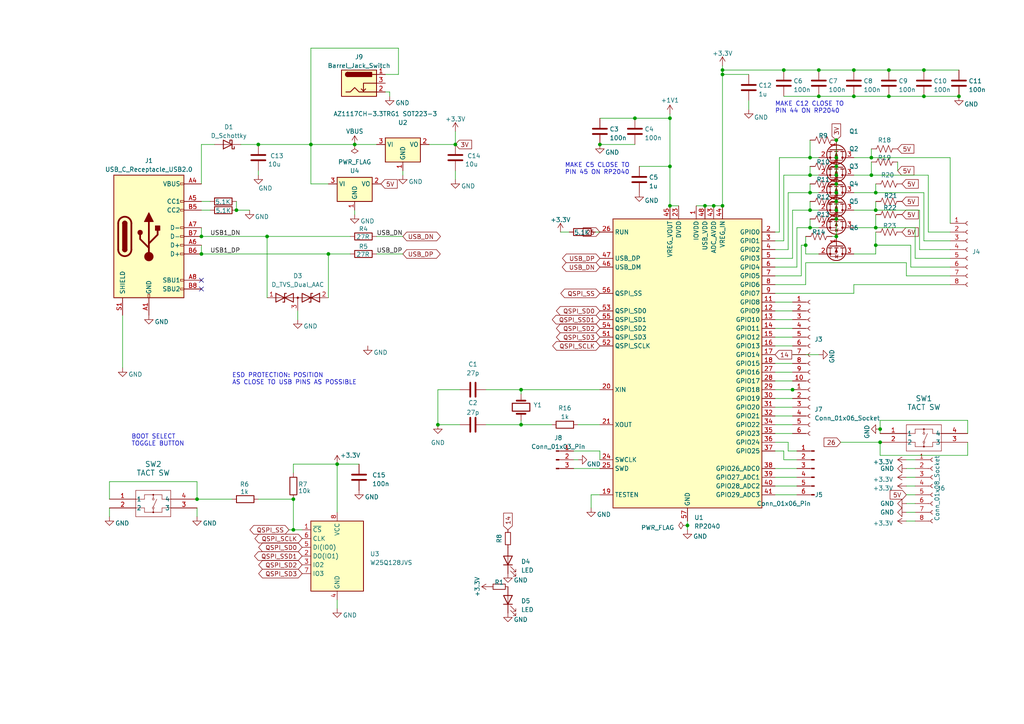
<source format=kicad_sch>
(kicad_sch (version 20230121) (generator eeschema)
  (paper "A4")
  (junction (at 234.95 50.8))
  (junction (at 254 66.04))
  (junction (at 237.49 20.32))
  (junction (at 242.57 45.72))
  (junction (at 194.31 34.29))
  (junction (at 77.47 68.58))
  (junction (at 74.93 41.91))
  (junction (at 242.57 58.42))
  (junction (at 85.09 144.78))
  (junction (at 257.81 27.94))
  (junction (at 242.57 48.26))
  (junction (at 57.15 144.78))
  (junction (at 97.79 134.62))
  (junction (at 127 123.19))
  (junction (at 254 55.88))
  (junction (at 237.49 27.94))
  (junction (at 209.55 59.69))
  (junction (at 204.47 59.69))
  (junction (at 234.95 60.96))
  (junction (at 242.57 60.96))
  (junction (at 85.09 153.67))
  (junction (at 209.55 20.32))
  (junction (at 194.31 48.26))
  (junction (at 252.73 50.8))
  (junction (at 242.57 63.5))
  (junction (at 209.55 21.59))
  (junction (at 242.57 53.34))
  (junction (at 252.73 45.72))
  (junction (at 102.87 41.91))
  (junction (at 207.01 59.69))
  (junction (at 257.81 20.32))
  (junction (at 255.27 124.46))
  (junction (at 194.31 59.69))
  (junction (at 242.57 55.88))
  (junction (at 90.17 41.91))
  (junction (at 278.13 27.94))
  (junction (at 233.68 71.12))
  (junction (at 247.65 20.32))
  (junction (at 68.58 60.96))
  (junction (at 184.15 34.29))
  (junction (at 95.25 73.66))
  (junction (at 242.57 40.64))
  (junction (at 58.42 73.66))
  (junction (at 132.08 41.91))
  (junction (at 234.95 55.88))
  (junction (at 173.99 41.91))
  (junction (at 242.57 68.58))
  (junction (at 229.87 113.03))
  (junction (at 254 71.12))
  (junction (at 242.57 50.8))
  (junction (at 151.13 123.19))
  (junction (at 247.65 27.94))
  (junction (at 58.42 68.58))
  (junction (at 234.95 45.72))
  (junction (at 199.39 152.4))
  (junction (at 267.97 27.94))
  (junction (at 254 60.96))
  (junction (at 255.27 128.27))
  (junction (at 267.97 20.32))
  (junction (at 151.13 113.03))
  (junction (at 234.95 66.04))
  (junction (at 227.33 20.32))
  (no_connect (at 58.42 81.28))
  (no_connect (at 58.42 83.82))
  (wire (pts (xy 69.85 41.91) (xy 74.93 41.91)))
  (wire (pts (xy 254 71.12) (xy 264.16 71.12)))
  (wire (pts (xy 167.64 123.19) (xy 173.99 123.19)))
  (wire (pts (xy 173.99 41.91) (xy 184.15 41.91)))
  (wire (pts (xy 85.09 153.67) (xy 87.63 153.67)))
  (wire (pts (xy 262.89 138.43) (xy 265.43 138.43)))
  (wire (pts (xy 83.82 153.67) (xy 85.09 153.67)))
  (wire (pts (xy 74.93 144.78) (xy 85.09 144.78)))
  (wire (pts (xy 194.31 48.26) (xy 194.31 59.69)))
  (wire (pts (xy 228.6 130.81) (xy 231.14 130.81)))
  (wire (pts (xy 224.79 110.49) (xy 229.87 110.49)))
  (wire (pts (xy 254 73.66) (xy 254 71.12)))
  (wire (pts (xy 224.79 87.63) (xy 229.87 87.63)))
  (wire (pts (xy 224.79 140.97) (xy 231.14 140.97)))
  (wire (pts (xy 255.27 125.73) (xy 255.27 124.46)))
  (wire (pts (xy 233.68 73.66) (xy 237.49 73.66)))
  (wire (pts (xy 233.68 68.58) (xy 233.68 71.12)))
  (wire (pts (xy 224.79 95.25) (xy 229.87 95.25)))
  (wire (pts (xy 264.16 71.12) (xy 264.16 77.47)))
  (wire (pts (xy 102.87 41.91) (xy 109.22 41.91)))
  (wire (pts (xy 31.75 139.7) (xy 57.15 139.7)))
  (wire (pts (xy 194.31 33.02) (xy 194.31 34.29)))
  (wire (pts (xy 224.79 97.79) (xy 229.87 97.79)))
  (wire (pts (xy 151.13 123.19) (xy 160.02 123.19)))
  (wire (pts (xy 224.79 120.65) (xy 229.87 120.65)))
  (wire (pts (xy 229.87 102.87) (xy 237.49 102.87)))
  (wire (pts (xy 224.79 135.89) (xy 231.14 135.89)))
  (wire (pts (xy 247.65 45.72) (xy 252.73 45.72)))
  (wire (pts (xy 232.41 71.12) (xy 233.68 71.12)))
  (wire (pts (xy 231.14 77.47) (xy 231.14 66.04)))
  (wire (pts (xy 247.65 27.94) (xy 257.81 27.94)))
  (wire (pts (xy 194.31 34.29) (xy 194.31 48.26)))
  (wire (pts (xy 232.41 80.01) (xy 232.41 71.12)))
  (wire (pts (xy 265.43 66.04) (xy 265.43 74.93)))
  (wire (pts (xy 224.79 138.43) (xy 231.14 138.43)))
  (wire (pts (xy 226.06 67.31) (xy 224.79 67.31)))
  (wire (pts (xy 201.93 59.69) (xy 204.47 59.69)))
  (wire (pts (xy 252.73 43.18) (xy 252.73 45.72)))
  (wire (pts (xy 262.89 76.2) (xy 262.89 80.01)))
  (wire (pts (xy 237.49 45.72) (xy 234.95 45.72)))
  (wire (pts (xy 254 60.96) (xy 266.7 60.96)))
  (wire (pts (xy 68.58 60.96) (xy 72.39 60.96)))
  (wire (pts (xy 166.37 135.89) (xy 173.99 135.89)))
  (wire (pts (xy 254 58.42) (xy 254 60.96)))
  (wire (pts (xy 58.42 68.58) (xy 77.47 68.58)))
  (wire (pts (xy 173.99 143.51) (xy 171.45 143.51)))
  (wire (pts (xy 242.57 58.42) (xy 242.57 60.96)))
  (wire (pts (xy 280.67 132.08) (xy 280.67 128.27)))
  (wire (pts (xy 269.24 50.8) (xy 269.24 67.31)))
  (wire (pts (xy 102.87 60.96) (xy 102.87 62.23)))
  (wire (pts (xy 255.27 124.46) (xy 255.27 121.92)))
  (wire (pts (xy 224.79 80.01) (xy 232.41 80.01)))
  (wire (pts (xy 95.25 53.34) (xy 90.17 53.34)))
  (wire (pts (xy 252.73 50.8) (xy 269.24 50.8)))
  (wire (pts (xy 264.16 77.47) (xy 275.59 77.47)))
  (wire (pts (xy 224.79 77.47) (xy 231.14 77.47)))
  (wire (pts (xy 109.22 68.58) (xy 116.84 68.58)))
  (wire (pts (xy 254 55.88) (xy 267.97 55.88)))
  (wire (pts (xy 35.56 91.44) (xy 35.56 106.68)))
  (wire (pts (xy 132.08 49.53) (xy 132.08 52.07)))
  (wire (pts (xy 166.37 130.81) (xy 173.99 130.81)))
  (wire (pts (xy 242.57 48.26) (xy 242.57 50.8)))
  (wire (pts (xy 151.13 113.03) (xy 151.13 114.3)))
  (wire (pts (xy 267.97 69.85) (xy 275.59 69.85)))
  (wire (pts (xy 58.42 41.91) (xy 62.23 41.91)))
  (wire (pts (xy 255.27 121.92) (xy 280.67 121.92)))
  (wire (pts (xy 229.87 60.96) (xy 234.95 60.96)))
  (wire (pts (xy 224.79 107.95) (xy 229.87 107.95)))
  (wire (pts (xy 77.47 68.58) (xy 101.6 68.58)))
  (wire (pts (xy 227.33 27.94) (xy 237.49 27.94)))
  (wire (pts (xy 115.57 21.59) (xy 115.57 13.97)))
  (wire (pts (xy 243.84 128.27) (xy 255.27 128.27)))
  (wire (pts (xy 227.33 69.85) (xy 227.33 50.8)))
  (wire (pts (xy 252.73 45.72) (xy 275.59 45.72)))
  (wire (pts (xy 127 123.19) (xy 133.35 123.19)))
  (wire (pts (xy 247.65 55.88) (xy 254 55.88)))
  (wire (pts (xy 247.65 85.09) (xy 247.65 82.55)))
  (wire (pts (xy 242.57 45.72) (xy 242.57 48.26)))
  (wire (pts (xy 229.87 113.03) (xy 231.14 113.03)))
  (wire (pts (xy 90.17 41.91) (xy 102.87 41.91)))
  (wire (pts (xy 262.89 151.13) (xy 265.43 151.13)))
  (wire (pts (xy 231.14 66.04) (xy 234.95 66.04)))
  (wire (pts (xy 57.15 144.78) (xy 67.31 144.78)))
  (wire (pts (xy 173.99 34.29) (xy 184.15 34.29)))
  (wire (pts (xy 124.46 41.91) (xy 132.08 41.91)))
  (wire (pts (xy 267.97 20.32) (xy 278.13 20.32)))
  (wire (pts (xy 31.75 144.78) (xy 31.75 139.7)))
  (wire (pts (xy 224.79 130.81) (xy 227.33 130.81)))
  (wire (pts (xy 224.79 125.73) (xy 229.87 125.73)))
  (wire (pts (xy 265.43 74.93) (xy 275.59 74.93)))
  (wire (pts (xy 233.68 73.66) (xy 233.68 71.12)))
  (wire (pts (xy 209.55 21.59) (xy 217.17 21.59)))
  (wire (pts (xy 226.06 45.72) (xy 226.06 67.31)))
  (wire (pts (xy 86.36 90.17) (xy 86.36 92.71)))
  (wire (pts (xy 224.79 82.55) (xy 233.68 82.55)))
  (wire (pts (xy 242.57 53.34) (xy 242.57 55.88)))
  (wire (pts (xy 224.79 92.71) (xy 229.87 92.71)))
  (wire (pts (xy 242.57 40.64) (xy 242.57 45.72)))
  (wire (pts (xy 234.95 48.26) (xy 234.95 50.8)))
  (wire (pts (xy 254 67.31) (xy 254 71.12)))
  (wire (pts (xy 260.35 46.99) (xy 260.35 49.53)))
  (wire (pts (xy 31.75 147.32) (xy 31.75 149.86)))
  (wire (pts (xy 209.55 20.32) (xy 209.55 21.59)))
  (wire (pts (xy 184.15 34.29) (xy 194.31 34.29)))
  (wire (pts (xy 140.97 123.19) (xy 151.13 123.19)))
  (wire (pts (xy 228.6 72.39) (xy 228.6 55.88)))
  (wire (pts (xy 209.55 19.05) (xy 209.55 20.32)))
  (wire (pts (xy 266.7 60.96) (xy 266.7 72.39)))
  (wire (pts (xy 58.42 53.34) (xy 58.42 41.91)))
  (wire (pts (xy 234.95 66.04) (xy 237.49 66.04)))
  (wire (pts (xy 262.89 143.51) (xy 265.43 143.51)))
  (wire (pts (xy 95.25 73.66) (xy 95.25 86.36)))
  (wire (pts (xy 172.72 67.31) (xy 173.99 67.31)))
  (wire (pts (xy 262.89 146.05) (xy 265.43 146.05)))
  (wire (pts (xy 224.79 143.51) (xy 231.14 143.51)))
  (wire (pts (xy 207.01 59.69) (xy 209.55 59.69)))
  (wire (pts (xy 97.79 134.62) (xy 97.79 148.59)))
  (wire (pts (xy 254 66.04) (xy 265.43 66.04)))
  (wire (pts (xy 58.42 71.12) (xy 58.42 73.66)))
  (wire (pts (xy 224.79 85.09) (xy 247.65 85.09)))
  (wire (pts (xy 255.27 132.08) (xy 280.67 132.08)))
  (wire (pts (xy 127 113.03) (xy 133.35 113.03)))
  (wire (pts (xy 234.95 60.96) (xy 237.49 60.96)))
  (wire (pts (xy 90.17 53.34) (xy 90.17 41.91)))
  (wire (pts (xy 199.39 153.67) (xy 199.39 152.4)))
  (wire (pts (xy 58.42 58.42) (xy 60.96 58.42)))
  (wire (pts (xy 58.42 60.96) (xy 60.96 60.96)))
  (wire (pts (xy 199.39 152.4) (xy 199.39 151.13)))
  (wire (pts (xy 247.65 66.04) (xy 254 66.04)))
  (wire (pts (xy 209.55 20.32) (xy 227.33 20.32)))
  (wire (pts (xy 77.47 68.58) (xy 77.47 86.36)))
  (wire (pts (xy 247.65 73.66) (xy 254 73.66)))
  (wire (pts (xy 257.81 20.32) (xy 267.97 20.32)))
  (wire (pts (xy 224.79 90.17) (xy 229.87 90.17)))
  (wire (pts (xy 242.57 60.96) (xy 242.57 63.5)))
  (wire (pts (xy 242.57 50.8) (xy 242.57 53.34)))
  (wire (pts (xy 262.89 148.59) (xy 265.43 148.59)))
  (wire (pts (xy 111.76 26.67) (xy 113.03 26.67)))
  (wire (pts (xy 113.03 26.67) (xy 113.03 27.94)))
  (wire (pts (xy 151.13 121.92) (xy 151.13 123.19)))
  (wire (pts (xy 209.55 21.59) (xy 209.55 59.69)))
  (wire (pts (xy 116.84 49.53) (xy 116.84 50.8)))
  (wire (pts (xy 58.42 66.04) (xy 58.42 68.58)))
  (wire (pts (xy 241.3 68.58) (xy 242.57 68.58)))
  (wire (pts (xy 85.09 134.62) (xy 97.79 134.62)))
  (wire (pts (xy 68.58 58.42) (xy 68.58 60.96)))
  (wire (pts (xy 262.89 80.01) (xy 275.59 80.01)))
  (wire (pts (xy 217.17 29.21) (xy 217.17 31.75)))
  (wire (pts (xy 227.33 20.32) (xy 237.49 20.32)))
  (wire (pts (xy 247.65 60.96) (xy 254 60.96)))
  (wire (pts (xy 111.76 21.59) (xy 115.57 21.59)))
  (wire (pts (xy 224.79 115.57) (xy 229.87 115.57)))
  (wire (pts (xy 171.45 143.51) (xy 171.45 147.32)))
  (wire (pts (xy 237.49 20.32) (xy 247.65 20.32)))
  (wire (pts (xy 247.65 50.8) (xy 252.73 50.8)))
  (wire (pts (xy 224.79 72.39) (xy 228.6 72.39)))
  (wire (pts (xy 262.89 133.35) (xy 265.43 133.35)))
  (wire (pts (xy 132.08 38.1) (xy 132.08 41.91)))
  (wire (pts (xy 255.27 128.27) (xy 255.27 132.08)))
  (wire (pts (xy 275.59 45.72) (xy 275.59 64.77)))
  (wire (pts (xy 109.22 73.66) (xy 116.84 73.66)))
  (wire (pts (xy 233.68 82.55) (xy 233.68 76.2)))
  (wire (pts (xy 151.13 113.03) (xy 173.99 113.03)))
  (wire (pts (xy 224.79 74.93) (xy 229.87 74.93)))
  (wire (pts (xy 254 53.34) (xy 254 55.88)))
  (wire (pts (xy 224.79 100.33) (xy 229.87 100.33)))
  (wire (pts (xy 140.97 113.03) (xy 151.13 113.03)))
  (wire (pts (xy 262.89 140.97) (xy 265.43 140.97)))
  (wire (pts (xy 224.79 113.03) (xy 229.87 113.03)))
  (wire (pts (xy 229.87 74.93) (xy 229.87 60.96)))
  (wire (pts (xy 58.42 73.66) (xy 95.25 73.66)))
  (wire (pts (xy 234.95 40.64) (xy 234.95 45.72)))
  (wire (pts (xy 224.79 128.27) (xy 228.6 128.27)))
  (wire (pts (xy 234.95 55.88) (xy 237.49 55.88)))
  (wire (pts (xy 247.65 82.55) (xy 275.59 82.55)))
  (wire (pts (xy 242.57 55.88) (xy 242.57 58.42)))
  (wire (pts (xy 227.33 50.8) (xy 234.95 50.8)))
  (wire (pts (xy 234.95 63.5) (xy 234.95 66.04)))
  (wire (pts (xy 185.42 48.26) (xy 194.31 48.26)))
  (wire (pts (xy 224.79 123.19) (xy 229.87 123.19)))
  (wire (pts (xy 57.15 139.7) (xy 57.15 144.78)))
  (wire (pts (xy 257.81 27.94) (xy 267.97 27.94)))
  (wire (pts (xy 252.73 46.99) (xy 252.73 50.8)))
  (wire (pts (xy 242.57 63.5) (xy 242.57 68.58)))
  (wire (pts (xy 74.93 41.91) (xy 90.17 41.91)))
  (wire (pts (xy 224.79 69.85) (xy 227.33 69.85)))
  (wire (pts (xy 90.17 13.97) (xy 90.17 41.91)))
  (wire (pts (xy 166.37 133.35) (xy 167.64 133.35)))
  (wire (pts (xy 74.93 49.53) (xy 74.93 50.8)))
  (wire (pts (xy 228.6 128.27) (xy 228.6 130.81)))
  (wire (pts (xy 162.56 67.31) (xy 165.1 67.31)))
  (wire (pts (xy 57.15 147.32) (xy 57.15 149.86)))
  (wire (pts (xy 234.95 58.42) (xy 234.95 60.96)))
  (wire (pts (xy 267.97 27.94) (xy 278.13 27.94)))
  (wire (pts (xy 227.33 130.81) (xy 227.33 133.35)))
  (wire (pts (xy 237.49 27.94) (xy 247.65 27.94)))
  (wire (pts (xy 194.31 59.69) (xy 196.85 59.69)))
  (wire (pts (xy 173.99 130.81) (xy 173.99 133.35)))
  (wire (pts (xy 269.24 67.31) (xy 275.59 67.31)))
  (wire (pts (xy 97.79 173.99) (xy 97.79 176.53)))
  (wire (pts (xy 224.79 118.11) (xy 229.87 118.11)))
  (wire (pts (xy 115.57 13.97) (xy 90.17 13.97)))
  (wire (pts (xy 85.09 134.62) (xy 85.09 137.16)))
  (wire (pts (xy 95.25 73.66) (xy 101.6 73.66)))
  (wire (pts (xy 234.95 53.34) (xy 234.95 55.88)))
  (wire (pts (xy 267.97 55.88) (xy 267.97 69.85)))
  (wire (pts (xy 224.79 105.41) (xy 229.87 105.41)))
  (wire (pts (xy 280.67 121.92) (xy 280.67 125.73)))
  (wire (pts (xy 97.79 134.62) (xy 104.14 134.62)))
  (wire (pts (xy 266.7 72.39) (xy 275.59 72.39)))
  (wire (pts (xy 127 123.19) (xy 127 113.03)))
  (wire (pts (xy 233.68 76.2) (xy 262.89 76.2)))
  (wire (pts (xy 85.09 144.78) (xy 85.09 153.67)))
  (wire (pts (xy 254 62.23) (xy 254 66.04)))
  (wire (pts (xy 262.89 135.89) (xy 265.43 135.89)))
  (wire (pts (xy 228.6 55.88) (xy 234.95 55.88)))
  (wire (pts (xy 204.47 59.69) (xy 207.01 59.69)))
  (wire (pts (xy 227.33 133.35) (xy 231.14 133.35)))
  (wire (pts (xy 234.95 45.72) (xy 226.06 45.72)))
  (wire (pts (xy 234.95 50.8) (xy 237.49 50.8)))
  (wire (pts (xy 247.65 20.32) (xy 257.81 20.32)))
  (text "MAKE C5 CLOSE TO \nPIN 45 ON RP2040" (at 163.83 50.8 0) (effects (font (size 1.27 1.27)) (justify left bottom)))
  (text "MAKE C12 CLOSE TO \nPIN 44 ON RP2040" (at 224.79 33.02 0) (effects (font (size 1.27 1.27)) (justify left bottom)))
  (text "BOOT SELECT \nTOGGLE BUTTON" (at 38.1 129.54 0) (effects (font (size 1.27 1.27)) (justify left bottom)))
  (text "ESD PROTECTION: POSITION\nAS CLOSE TO USB PINS AS POSSIBLE" (at 67.31 111.76 0) (effects (font (size 1.27 1.27)) (justify left bottom)))
  (label "USB1_DP" (at 60.96 73.66 0))
  (label "USB_DN" (at 109.22 68.58 0))
  (label "USB1_DN" (at 60.96 68.58 0))
  (label "USB_DP" (at 109.22 73.66 0))
  (global_label "26" (shape input) (at 243.84 128.27 180) (property "Intersheetrefs" "${INTERSHEET_REFS}" (effects hide)))
  (global_label "QSPI_SD3" (shape bidirectional) (at 173.99 97.79 180) (property "Intersheetrefs" "${INTERSHEET_REFS}" (effects hide)))
  (global_label "USB_DP" (shape bidirectional) (at 116.84 73.66 0) (property "Intersheetrefs" "${INTERSHEET_REFS}" (effects hide)))
  (global_label "5V" (shape input) (at 262.89 143.51 180) (property "Intersheetrefs" "${INTERSHEET_REFS}" (effects hide)))
  (global_label "5V" (shape input) (at 261.62 58.42 0) (property "Intersheetrefs" "${INTERSHEET_REFS}" (effects hide)))
  (global_label "14" (shape input) (at 147.32 153.67 90) (property "Intersheetrefs" "${INTERSHEET_REFS}" (effects hide)))
  (global_label "5V" (shape input) (at 261.62 53.34 0) (property "Intersheetrefs" "${INTERSHEET_REFS}" (effects hide)))
  (global_label "14" (shape input) (at 224.79 102.87 0) (property "Intersheetrefs" "${INTERSHEET_REFS}" (effects hide)))
  (global_label "USB_DN" (shape bidirectional) (at 116.84 68.58 0) (property "Intersheetrefs" "${INTERSHEET_REFS}" (effects hide)))
  (global_label "3V" (shape input) (at 242.57 40.64 90) (property "Intersheetrefs" "${INTERSHEET_REFS}" (effects hide)))
  (global_label "QSPI_SD3" (shape bidirectional) (at 87.63 166.37 180) (property "Intersheetrefs" "${INTERSHEET_REFS}" (effects hide)))
  (global_label "26" (shape input) (at 173.99 67.31 180) (property "Intersheetrefs" "${INTERSHEET_REFS}" (effects hide)))
  (global_label "5V" (shape input) (at 261.62 67.31 0) (property "Intersheetrefs" "${INTERSHEET_REFS}" (effects hide)))
  (global_label "5V" (shape input) (at 261.62 62.23 0) (property "Intersheetrefs" "${INTERSHEET_REFS}" (effects hide)))
  (global_label "5V" (shape input) (at 110.49 53.34 0) (property "Intersheetrefs" "${INTERSHEET_REFS}" (effects hide)))
  (global_label "QSPI_SS" (shape bidirectional) (at 83.82 153.67 180) (property "Intersheetrefs" "${INTERSHEET_REFS}" (effects hide)))
  (global_label "5V" (shape input) (at 260.35 43.18 0) (property "Intersheetrefs" "${INTERSHEET_REFS}" (effects hide)))
  (global_label "QSPI_SD0" (shape bidirectional) (at 173.99 90.17 180) (property "Intersheetrefs" "${INTERSHEET_REFS}" (effects hide)))
  (global_label "5V" (shape input) (at 260.35 49.53 0) (property "Intersheetrefs" "${INTERSHEET_REFS}" (effects hide)))
  (global_label "QSPI_SS" (shape bidirectional) (at 173.99 85.09 180) (property "Intersheetrefs" "${INTERSHEET_REFS}" (effects hide)))
  (global_label "QSPI_SD2" (shape bidirectional) (at 87.63 163.83 180) (property "Intersheetrefs" "${INTERSHEET_REFS}" (effects hide)))
  (global_label "USB_DN" (shape bidirectional) (at 173.99 77.47 180) (property "Intersheetrefs" "${INTERSHEET_REFS}" (effects hide)))
  (global_label "QSPI_SCLK" (shape bidirectional) (at 87.63 156.21 180) (property "Intersheetrefs" "${INTERSHEET_REFS}" (effects hide)))
  (global_label "QSPI_SSD1" (shape bidirectional) (at 87.63 161.29 180) (property "Intersheetrefs" "${INTERSHEET_REFS}" (effects hide)))
  (global_label "QSPI_SSD1" (shape bidirectional) (at 173.99 92.71 180) (property "Intersheetrefs" "${INTERSHEET_REFS}" (effects hide)))
  (global_label "QSPI_SD0" (shape bidirectional) (at 87.63 158.75 180) (property "Intersheetrefs" "${INTERSHEET_REFS}" (effects hide)))
  (global_label "QSPI_SCLK" (shape bidirectional) (at 173.99 100.33 180) (property "Intersheetrefs" "${INTERSHEET_REFS}" (effects hide)))
  (global_label "USB_DP" (shape bidirectional) (at 173.99 74.93 180) (property "Intersheetrefs" "${INTERSHEET_REFS}" (effects hide)))
  (global_label "3V" (shape input) (at 132.08 41.91 0) (property "Intersheetrefs" "${INTERSHEET_REFS}" (effects hide)))
  (global_label "QSPI_SD2" (shape bidirectional) (at 173.99 95.25 180) (property "Intersheetrefs" "${INTERSHEET_REFS}" (effects hide)))
  (symbol (lib_id "Memory_Flash:W25Q128JVS") (at 97.79 161.29 0) (unit 1)
    (property "Reference" "U3" (at 107.315 160.655 0) (effects (justify left)))
    (property "Value" "W25Q128JVS" (at 107.315 163.195 0) (effects (justify left)))
    (property "Footprint" "Package_SO:SOIC-8_5.23x5.23mm_P1.27mm" (effects hide))
    (property "Datasheet" "http://www.winbond.com/resource-files/w25q128jv_dtr%20revc%2003272018%20plus.pdf" (effects hide))
  )
  (symbol (lib_id "power:+3.3V") (at 142.24 170.18 90) (unit 1)
    (property "Reference" "#PWR038" (effects hide))
    (property "Value" "+3.3V" (at 138.43 170.18 0))
  )
  (symbol (lib_id "power:GND") (at 167.64 133.35 90) (unit 1)
    (property "Reference" "#PWR02" (effects hide))
    (property "Value" "GND" (at 170.18 134.62 90) (effects (justify right)))
  )
  (symbol (lib_id "Device:D_Schottky") (at 66.04 41.91 180) (unit 1)
    (property "Reference" "D1" (at 66.3575 36.83 0))
    (property "Value" "D_Schottky" (at 66.3575 39.37 0))
    (property "Footprint" "Diode_SMD:D_SOD-128" (effects hide))
  )
  (symbol (lib_id "power:+3.3V") (at 162.56 67.31 0) (unit 1)
    (property "Reference" "#PWR043" (effects hide))
    (property "Value" "+3.3V" (at 162.56 63.754 0))
  )
  (symbol (lib_id "power:GND") (at 127 123.19 0) (unit 1)
    (property "Reference" "#PWR01" (effects hide))
    (property "Value" "GND" (at 127 128.397 0))
  )
  (symbol (lib_id "power:GND") (at 104.14 142.24 0) (unit 1)
    (property "Reference" "#PWR024" (effects hide))
    (property "Value" "GND" (at 105.791 144.145 0) (effects (justify left)))
  )
  (symbol (lib_id "power:PWR_FLAG") (at 102.87 41.91 180) (unit 1)
    (property "Reference" "#FLG01" (effects hide))
    (property "Value" "PWR_FLAG" (at 102.87 46.99 0))
  )
  (symbol (lib_id "Device:R_Small") (at 147.32 156.21 180) (unit 1)
    (property "Reference" "R8" (at 144.78 156.21 90))
    (property "Value" "R_Small" (effects hide))
    (property "Footprint" "Resistor_SMD:R_0805_2012Metric" (effects hide))
  )
  (symbol (lib_id "Device:R_Small") (at 144.78 170.18 90) (unit 1)
    (property "Reference" "R1" (at 144.78 168.91 90))
    (property "Value" "R_Small" (effects hide))
    (property "Footprint" "Resistor_SMD:R_0805_2012Metric" (effects hide))
  )
  (symbol (lib_id "power:GND") (at 43.18 91.44 0) (unit 1)
    (property "Reference" "#PWR04" (effects hide))
    (property "Value" "GND" (at 44.831 93.345 0) (effects (justify left)))
  )
  (symbol (lib_id "power:+3.3V") (at 262.89 140.97 90) (unit 1)
    (property "Reference" "#PWR029" (effects hide))
    (property "Value" "+3.3V" (at 259.08 141.605 90) (effects (justify left)))
  )
  (symbol (lib_id "Regulator_Linear:NCP1117-3.3_SOT223") (at 116.84 41.91 0) (unit 1)
    (property "Reference" "U2" (at 116.84 35.56 0))
    (property "Value" "AZ1117CH-3.3TRG1 SOT223-3" (at 111.76 33.02 0))
    (property "Footprint" "Package_TO_SOT_SMD:SOT-223-3_TabPin2" (effects hide))
    (property "Datasheet" "http://www.onsemi.com/pub_link/Collateral/NCP1117-D.PDF" (effects hide))
  )
  (symbol (lib_id "Device:R_US") (at 238.76 48.26 90) (unit 1)
    (property "Reference" "R10" (at 238.76 46.99 90))
    (property "Value" "10K" (effects hide))
    (property "Footprint" "Resistor_SMD:R_0603_1608Metric_Pad0.98x0.95mm_HandSolder" (effects hide))
  )
  (symbol (lib_id "Device:D_TVS_Dual_AAC") (at 86.36 86.36 0) (unit 1)
    (property "Reference" "D3" (at 86.36 80.01 0))
    (property "Value" "D_TVS_Dual_AAC" (at 86.36 82.55 0))
    (property "Footprint" "Package_TO_SOT_SMD:SOT-23" (effects hide))
  )
  (symbol (lib_id "power:+3.3V") (at 262.89 133.35 90) (unit 1)
    (property "Reference" "#PWR033" (effects hide))
    (property "Value" "+3.3V" (at 259.08 133.985 90) (effects (justify left)))
  )
  (symbol (lib_id "power:VBUS") (at 102.87 41.91 0) (unit 1)
    (property "Reference" "#PWR09" (effects hide))
    (property "Value" "VBUS" (at 102.87 38.1 0))
  )
  (symbol (lib_id "Device:C") (at 184.15 38.1 0) (unit 1)
    (property "Reference" "C4" (at 186.944 37.465 0) (effects (justify left)))
    (property "Value" "100n" (at 186.944 40.005 0) (effects (justify left)))
    (property "Footprint" "Capacitor_SMD:C_0603_1608Metric_Pad1.08x0.95mm_HandSolder" (effects hide))
  )
  (symbol (lib_id "Device:C") (at 173.99 38.1 0) (unit 1)
    (property "Reference" "C3" (at 176.784 37.465 0) (effects (justify left)))
    (property "Value" "100n" (at 176.784 40.005 0) (effects (justify left)))
    (property "Footprint" "Capacitor_SMD:C_0603_1608Metric_Pad1.08x0.95mm_HandSolder" (effects hide))
  )
  (symbol (lib_id "Device:C") (at 227.33 24.13 0) (unit 1)
    (property "Reference" "C6" (at 230.124 23.495 0) (effects (justify left)))
    (property "Value" "100n" (at 230.124 26.035 0) (effects (justify left)))
    (property "Footprint" "Capacitor_SMD:C_0603_1608Metric_Pad1.08x0.95mm_HandSolder" (effects hide))
  )
  (symbol (lib_id "Device:C") (at 237.49 24.13 0) (unit 1)
    (property "Reference" "C7" (at 240.284 23.495 0) (effects (justify left)))
    (property "Value" "100n" (at 240.284 26.035 0) (effects (justify left)))
    (property "Footprint" "Capacitor_SMD:C_0603_1608Metric_Pad1.08x0.95mm_HandSolder" (effects hide))
  )
  (symbol (lib_id "Device:R_US") (at 238.76 63.5 90) (unit 1)
    (property "Reference" "R13" (at 238.76 62.23 90))
    (property "Value" "10K" (effects hide))
    (property "Footprint" "Resistor_SMD:R_0603_1608Metric_Pad0.98x0.95mm_HandSolder" (effects hide))
  )
  (symbol (lib_id "power:GND") (at 74.93 50.8 0) (unit 1)
    (property "Reference" "#PWR07" (effects hide))
    (property "Value" "GND" (at 74.93 54.61 0) (effects (justify left)))
  )
  (symbol (lib_id "Device:R_US") (at 238.76 58.42 90) (unit 1)
    (property "Reference" "R12" (at 238.76 57.15 90))
    (property "Value" "10K" (effects hide))
    (property "Footprint" "Resistor_SMD:R_0603_1608Metric_Pad0.98x0.95mm_HandSolder" (effects hide))
  )
  (symbol (lib_id "power:GND") (at 31.75 149.86 0) (unit 1)
    (property "Reference" "#PWR013" (effects hide))
    (property "Value" "GND" (at 33.401 151.765 0) (effects (justify left)))
  )
  (symbol (lib_name "BSS138_1") (lib_id "Transistor_FET:BSS138") (at 242.57 63.5 270) (unit 1)
    (property "Reference" "Q5" (at 247.65 58.42 90))
    (property "Value" "BSS138" (effects hide))
    (property "Footprint" "Package_TO_SOT_SMD:SOT-23" (effects hide))
    (property "Datasheet" "https://www.onsemi.com/pub/Collateral/BSS138-D.PDF" (effects hide))
  )
  (symbol (lib_id "Regulator_Linear:AMS1117-5.0") (at 102.87 53.34 0) (unit 1)
    (property "Reference" "U4" (at 102.87 49.53 0))
    (property "Value" "AMS1117-5.0" (effects hide))
    (property "Footprint" "Package_TO_SOT_SMD:SOT-223-3_TabPin2" (effects hide))
    (property "Datasheet" "http://www.advanced-monolithic.com/pdf/ds1117.pdf" (effects hide))
  )
  (symbol (lib_id "Connector:Conn_01x10_Socket") (at 234.95 97.79 0) (unit 1)
    (property "Reference" "J3" (at 236.22 98.425 0) (effects (justify left)))
    (property "Value" "Conn_01x10_Socket" (effects hide))
    (property "Footprint" "Connector_PinSocket_2.54mm:PinSocket_1x10_P2.54mm_Vertical" (effects hide))
  )
  (symbol (lib_id "Device:R_US") (at 257.81 67.31 90) (unit 1)
    (property "Reference" "R23" (at 258.0427 65.485 90))
    (property "Value" "10K" (effects hide))
    (property "Footprint" "Resistor_SMD:R_0603_1608Metric_Pad0.98x0.95mm_HandSolder" (effects hide))
  )
  (symbol (lib_id "Device:R_US") (at 238.76 40.64 90) (unit 1)
    (property "Reference" "R9" (at 238.76 39.37 90))
    (property "Value" "10K" (effects hide))
    (property "Footprint" "Resistor_SMD:R_0603_1608Metric_Pad0.98x0.95mm_HandSolder" (effects hide))
  )
  (symbol (lib_id "power:GND") (at 262.89 146.05 270) (unit 1)
    (property "Reference" "#PWR027" (effects hide))
    (property "Value" "GND" (at 255.27 146.05 90) (effects (justify left)))
  )
  (symbol (lib_id "Device:C") (at 74.93 45.72 0) (unit 1)
    (property "Reference" "C13" (at 78.359 45.212 0) (effects (justify left)))
    (property "Value" "10u" (at 77.724 47.625 0) (effects (justify left)))
    (property "Footprint" "Capacitor_SMD:C_0805_2012Metric_Pad1.18x1.45mm_HandSolder" (effects hide))
  )
  (symbol (lib_id "Device:C") (at 217.17 25.4 0) (unit 1)
    (property "Reference" "C12" (at 219.964 24.765 0) (effects (justify left)))
    (property "Value" "1u" (at 219.964 27.305 0) (effects (justify left)))
    (property "Footprint" "Capacitor_SMD:C_0805_2012Metric_Pad1.18x1.45mm_HandSolder" (effects hide))
  )
  (symbol (lib_id "power:+1V1") (at 194.31 33.02 0) (unit 1)
    (property "Reference" "#PWR020" (effects hide))
    (property "Value" "+1V1" (at 194.31 29.083 0))
  )
  (symbol (lib_id "Device:LED") (at 147.32 173.99 90) (unit 1)
    (property "Reference" "D5" (at 151.13 174.3075 90) (effects (justify right)))
    (property "Value" "LED" (at 151.13 176.8475 90) (effects (justify right)))
    (property "Footprint" "LED_SMD:LED_0805_2012Metric_Pad1.15x1.40mm_HandSolder" (effects hide))
  )
  (symbol (lib_id "MCU_RaspberryPi:RP2040") (at 199.39 105.41 0) (unit 1)
    (property "Reference" "U1" (at 201.3459 150.114 0) (effects (justify left)))
    (property "Value" "RP2040" (at 201.3459 152.654 0) (effects (justify left)))
    (property "Footprint" "Package_DFN_QFN:QFN-56-1EP_7x7mm_P0.4mm_EP3.2x3.2mm" (effects hide))
    (property "Datasheet" "https://datasheets.raspberrypi.com/rp2040/rp2040-datasheet.pdf" (effects hide))
  )
  (symbol (lib_id "power:GND") (at 237.49 102.87 90) (unit 1)
    (property "Reference" "#PWR035" (effects hide))
    (property "Value" "GND" (at 241.3 105.41 0) (effects (justify left)))
  )
  (symbol (lib_id "Device:R_US") (at 256.54 43.18 90) (unit 1)
    (property "Reference" "R18" (at 256.54 40.64 90))
    (property "Value" "10K" (effects hide))
    (property "Footprint" "Resistor_SMD:R_0603_1608Metric_Pad0.98x0.95mm_HandSolder" (effects hide))
  )
  (symbol (lib_id "power:GND") (at 173.99 41.91 0) (unit 1)
    (property "Reference" "#PWR018" (effects hide))
    (property "Value" "GND" (at 175.514 44.196 0) (effects (justify left)))
  )
  (symbol (lib_id "power:GND") (at 35.56 106.68 0) (unit 1)
    (property "Reference" "#PWR03" (effects hide))
    (property "Value" "GND" (at 37.211 108.585 0) (effects (justify left)))
  )
  (symbol (lib_id "Device:R_US") (at 257.81 58.42 90) (unit 1)
    (property "Reference" "R21" (at 258.3268 56.7584 90))
    (property "Value" "10K" (effects hide))
    (property "Footprint" "Resistor_SMD:R_0603_1608Metric_Pad0.98x0.95mm_HandSolder" (effects hide))
  )
  (symbol (lib_id "Connector:Conn_01x03_Pin") (at 161.29 133.35 0) (unit 1)
    (property "Reference" "J8" (at 161.925 127 0))
    (property "Value" "Conn_01x03_Pin" (at 161.925 129.54 0))
    (property "Footprint" "Connector_PinSocket_2.54mm:PinSocket_1x03_P2.54mm_Vertical" (effects hide))
  )
  (symbol (lib_id "power:GND") (at 147.32 166.37 0) (unit 1)
    (property "Reference" "#PWR036" (effects hide))
    (property "Value" "GND" (at 148.971 168.275 0) (effects (justify left)))
  )
  (symbol (lib_id "Connector:Conn_01x06_Pin") (at 236.22 135.89 0) (mirror y) (unit 1)
    (property "Reference" "J5" (at 237.49 143.51 0))
    (property "Value" "Conn_01x06_Pin" (at 227.33 146.05 0))
    (property "Footprint" "Connector_PinSocket_2.54mm:PinSocket_1x06_P2.54mm_Vertical" (effects hide))
  )
  (symbol (lib_name "BSS138_1") (lib_id "Transistor_FET:BSS138") (at 242.57 48.26 270) (unit 1)
    (property "Reference" "Q2" (at 247.65 43.18 90))
    (property "Value" "BSS138" (effects hide))
    (property "Footprint" "Package_TO_SOT_SMD:SOT-23" (effects hide))
    (property "Datasheet" "https://www.onsemi.com/pub/Collateral/BSS138-D.PDF" (effects hide))
  )
  (symbol (lib_id "Connector:USB_C_Receptacle_USB2.0") (at 43.18 68.58 0) (unit 1)
    (property "Reference" "J1" (at 43.18 46.609 0))
    (property "Value" "USB_C_Receptacle_USB2.0" (at 43.18 49.149 0))
    (property "Footprint" "Connector_USB:USB_C_Receptacle_G-Switch_GT-USB-7010ASV" (effects hide))
    (property "Datasheet" "https://www.usb.org/sites/default/files/documents/usb_type-c.zip" (effects hide))
  )
  (symbol (lib_id "power:PWR_FLAG") (at 199.39 152.4 90) (unit 1)
    (property "Reference" "#FLG03" (effects hide))
    (property "Value" "PWR_FLAG" (at 195.58 153.035 90) (effects (justify left)))
  )
  (symbol (lib_id "power:GND") (at 255.27 124.46 270) (unit 1)
    (property "Reference" "#PWR039" (effects hide))
    (property "Value" "GND" (at 251.46 123.19 0) (effects (justify left)))
  )
  (symbol (lib_id "Device:C") (at 137.16 113.03 90) (unit 1)
    (property "Reference" "C1" (at 137.16 105.664 90))
    (property "Value" "27p" (at 137.16 108.204 90))
    (property "Footprint" "Capacitor_SMD:C_0805_2012Metric_Pad1.18x1.45mm_HandSolder" (effects hide))
  )
  (symbol (lib_id "Device:LED") (at 147.32 162.56 90) (unit 1)
    (property "Reference" "D4" (at 151.13 162.8775 90) (effects (justify right)))
    (property "Value" "LED" (at 151.13 165.4175 90) (effects (justify right)))
    (property "Footprint" "LED_SMD:LED_0805_2012Metric_Pad1.15x1.40mm_HandSolder" (effects hide))
  )
  (symbol (lib_id "Device:R_US") (at 237.49 68.58 90) (unit 1)
    (property "Reference" "R14" (at 237.49 67.31 90))
    (property "Value" "10K" (effects hide))
    (property "Footprint" "Resistor_SMD:R_0603_1608Metric_Pad0.98x0.95mm_HandSolder" (effects hide))
  )
  (symbol (lib_id "power:GND") (at 113.03 27.94 0) (unit 1)
    (property "Reference" "#PWR034" (effects hide))
    (property "Value" "GND" (at 114.681 29.845 0) (effects (justify left)))
  )
  (symbol (lib_id "power:GND") (at 278.13 27.94 0) (unit 1)
    (property "Reference" "#PWR031" (effects hide))
    (property "Value" "GND" (at 279.654 30.226 0) (effects (justify left)))
  )
  (symbol (lib_id "power:GND") (at 217.17 31.75 0) (unit 1)
    (property "Reference" "#PWR023" (effects hide))
    (property "Value" "GND" (at 218.694 34.036 0) (effects (justify left)))
  )
  (symbol (lib_id "power:+3.3V") (at 262.89 138.43 90) (unit 1)
    (property "Reference" "#PWR030" (effects hide))
    (property "Value" "+3.3V" (at 259.08 139.065 90) (effects (justify left)))
  )
  (symbol (lib_id "Device:C") (at 278.13 24.13 0) (unit 1)
    (property "Reference" "C11" (at 280.924 23.495 0) (effects (justify left)))
    (property "Value" "100n" (at 280.924 26.035 0) (effects (justify left)))
    (property "Footprint" "Capacitor_SMD:C_0603_1608Metric_Pad1.08x0.95mm_HandSolder" (effects hide))
  )
  (symbol (lib_id "Connector:Conn_01x08_Socket") (at 270.51 140.97 0) (unit 1)
    (property "Reference" "J6" (at 271.78 141.605 0) (effects (justify left)))
    (property "Value" "Conn_01x08_Socket" (at 271.78 151.13 90) (effects (justify left)))
    (property "Footprint" "Connector_PinSocket_2.54mm:PinSocket_1x08_P2.54mm_Vertical" (effects hide))
  )
  (symbol (lib_id "power:GND") (at 262.89 148.59 270) (unit 1)
    (property "Reference" "#PWR026" (effects hide))
    (property "Value" "GND" (at 255.27 148.59 90) (effects (justify left)))
  )
  (symbol (lib_id "Device:C") (at 137.16 123.19 90) (unit 1)
    (property "Reference" "C2" (at 137.16 116.84 90))
    (property "Value" "27p" (at 137.16 119.634 90))
    (property "Footprint" "Capacitor_SMD:C_0805_2012Metric_Pad1.18x1.45mm_HandSolder" (effects hide))
  )
  (symbol (lib_id "evqp7c01p:EVQP7C01P") (at 255.27 125.73 0) (unit 1)
    (property "Reference" "SW1" (at 267.97 115.57 0) (effects (font (size 1.524 1.524))))
    (property "Value" "TACT SW" (at 267.97 118.11 0) (effects (font (size 1.524 1.524))))
    (property "Footprint" "Button_Switch_SMD:SW_SPST_TL3342" (effects hide))
    (property "Datasheet" "EVQP7C01P" (effects hide))
  )
  (symbol (lib_id "Device:R_US") (at 238.76 53.34 90) (unit 1)
    (property "Reference" "R11" (at 238.76 52.07 90))
    (property "Value" "10K" (effects hide))
    (property "Footprint" "Resistor_SMD:R_0603_1608Metric_Pad0.98x0.95mm_HandSolder" (effects hide))
  )
  (symbol (lib_name "BSS138_1") (lib_id "Transistor_FET:BSS138") (at 242.57 43.18 270) (unit 1)
    (property "Reference" "Q1" (at 247.65 38.1 90))
    (property "Value" "BSS138" (effects hide))
    (property "Footprint" "Package_TO_SOT_SMD:SOT-23" (effects hide))
    (property "Datasheet" "https://www.onsemi.com/pub/Collateral/BSS138-D.PDF" (effects hide))
  )
  (symbol (lib_id "Device:R_US") (at 257.81 62.23 90) (unit 1)
    (property "Reference" "R22" (at 258.1374 60.25 90))
    (property "Value" "10K" (effects hide))
    (property "Footprint" "Resistor_SMD:R_0603_1608Metric_Pad0.98x0.95mm_HandSolder" (effects hide))
  )
  (symbol (lib_id "power:GND") (at 86.36 92.71 0) (unit 1)
    (property "Reference" "#PWR08" (effects hide))
    (property "Value" "GND" (at 88.011 94.615 0) (effects (justify left)))
  )
  (symbol (lib_id "Device:R") (at 64.77 60.96 90) (unit 1)
    (property "Reference" "R3" (effects hide))
    (property "Value" "5.1K" (at 64.77 61.087 90))
    (property "Footprint" "Resistor_SMD:R_0805_2012Metric_Pad1.20x1.40mm_HandSolder" (effects hide))
  )
  (symbol (lib_id "Device:C") (at 104.14 138.43 0) (unit 1)
    (property "Reference" "C15" (at 107.95 137.795 0) (effects (justify left)))
    (property "Value" "100n" (at 107.95 140.335 0) (effects (justify left)))
    (property "Footprint" "Capacitor_SMD:C_0805_2012Metric_Pad1.18x1.45mm_HandSolder" (effects hide))
  )
  (symbol (lib_id "power:GND") (at 116.84 50.8 0) (unit 1)
    (property "Reference" "#PWR010" (effects hide))
    (property "Value" "GND" (at 118.491 52.705 0) (effects (justify left)))
  )
  (symbol (lib_id "Device:R") (at 168.91 67.31 90) (unit 1)
    (property "Reference" "R33" (effects hide))
    (property "Value" "5.1K" (at 168.783 67.437 90))
    (property "Footprint" "Resistor_SMD:R_0805_2012Metric_Pad1.20x1.40mm_HandSolder" (effects hide))
  )
  (symbol (lib_id "Device:C") (at 132.08 45.72 0) (unit 1)
    (property "Reference" "C14" (at 135.509 45.212 0) (effects (justify left)))
    (property "Value" "10u" (at 134.874 47.625 0) (effects (justify left)))
    (property "Footprint" "Capacitor_SMD:C_0805_2012Metric_Pad1.18x1.45mm_HandSolder" (effects hide))
  )
  (symbol (lib_id "power:GND") (at 171.45 147.32 0) (unit 1)
    (property "Reference" "#PWR017" (effects hide))
    (property "Value" "GND" (at 173.101 149.225 0) (effects (justify left)))
  )
  (symbol (lib_id "power:GND") (at 147.32 177.8 0) (unit 1)
    (property "Reference" "#PWR037" (effects hide))
    (property "Value" "GND" (at 148.971 179.705 0) (effects (justify left)))
  )
  (symbol (lib_id "Device:C") (at 257.81 24.13 0) (unit 1)
    (property "Reference" "C9" (at 260.604 23.495 0) (effects (justify left)))
    (property "Value" "100n" (at 260.604 26.035 0) (effects (justify left)))
    (property "Footprint" "Capacitor_SMD:C_0603_1608Metric_Pad1.08x0.95mm_HandSolder" (effects hide))
  )
  (symbol (lib_id "Device:R_US") (at 256.54 46.99 90) (unit 1)
    (property "Reference" "R19" (at 256.54 45.72 90))
    (property "Value" "10K" (effects hide))
    (property "Footprint" "Resistor_SMD:R_0603_1608Metric_Pad0.98x0.95mm_HandSolder" (effects hide))
  )
  (symbol (lib_id "Device:R_US") (at 257.81 53.34 90) (unit 1)
    (property "Reference" "R20" (at 257.4356 50.7657 90))
    (property "Value" "10K" (effects hide))
    (property "Footprint" "Resistor_SMD:R_0603_1608Metric_Pad0.98x0.95mm_HandSolder" (effects hide))
  )
  (symbol (lib_id "power:+3.3V") (at 262.89 151.13 90) (unit 1)
    (property "Reference" "#PWR025" (effects hide))
    (property "Value" "+3.3V" (at 259.08 151.765 90) (effects (justify left)))
  )
  (symbol (lib_id "Device:R") (at 105.41 68.58 90) (unit 1)
    (property "Reference" "R4" (at 105.41 66.421 90))
    (property "Value" "27R" (at 105.283 68.707 90))
    (property "Footprint" "Resistor_SMD:R_0603_1608Metric_Pad0.98x0.95mm_HandSolder" (effects hide))
  )
  (symbol (lib_id "power:+3.3V") (at 132.08 38.1 0) (unit 1)
    (property "Reference" "#PWR011" (effects hide))
    (property "Value" "+3.3V" (at 132.08 34.544 0))
  )
  (symbol (lib_id "Device:R") (at 85.09 140.97 0) (unit 1)
    (property "Reference" "R7" (at 86.487 140.462 0) (effects (justify left)))
    (property "Value" "10k" (at 86.487 142.367 0) (effects (justify left)))
    (property "Footprint" "Resistor_SMD:R_0805_2012Metric_Pad1.20x1.40mm_HandSolder" (effects hide))
  )
  (symbol (lib_name "BSS138_1") (lib_id "Transistor_FET:BSS138") (at 242.57 53.34 270) (unit 1)
    (property "Reference" "Q3" (at 247.65 48.26 90))
    (property "Value" "BSS138" (effects hide))
    (property "Footprint" "Package_TO_SOT_SMD:SOT-23" (effects hide))
    (property "Datasheet" "https://www.onsemi.com/pub/Collateral/BSS138-D.PDF" (effects hide))
  )
  (symbol (lib_id "power:GND") (at 102.87 62.23 0) (unit 1)
    (property "Reference" "#PWR040" (effects hide))
    (property "Value" "GND" (at 104.521 64.135 0) (effects (justify left)))
  )
  (symbol (lib_id "power:GND") (at 132.08 52.07 0) (unit 1)
    (property "Reference" "#PWR012" (effects hide))
    (property "Value" "GND" (at 133.731 53.975 0) (effects (justify left)))
  )
  (symbol (lib_id "power:GND") (at 57.15 149.86 0) (unit 1)
    (property "Reference" "#PWR014" (effects hide))
    (property "Value" "GND" (at 58.801 151.765 0) (effects (justify left)))
  )
  (symbol (lib_id "power:+3.3V") (at 209.55 19.05 0) (unit 1)
    (property "Reference" "#PWR022" (effects hide))
    (property "Value" "+3.3V" (at 209.55 15.494 0))
  )
  (symbol (lib_id "Device:R") (at 163.83 123.19 90) (unit 1)
    (property "Reference" "R16" (at 163.83 118.364 90))
    (property "Value" "1k" (at 163.83 120.904 90))
    (property "Footprint" "Resistor_SMD:R_0805_2012Metric_Pad1.20x1.40mm_HandSolder" (effects hide))
  )
  (symbol (lib_id "Connector:Conn_01x06_Socket") (at 234.95 118.11 0) (unit 1)
    (property "Reference" "J7" (at 236.22 118.745 0) (effects (justify left)))
    (property "Value" "Conn_01x06_Socket" (at 236.22 121.285 0) (effects (justify left)))
    (property "Footprint" "Connector_PinSocket_2.54mm:PinSocket_1x06_P2.54mm_Vertical" (effects hide))
  )
  (symbol (lib_id "power:+3.3V") (at 97.79 134.62 0) (unit 1)
    (property "Reference" "#PWR015" (effects hide))
    (property "Value" "+3.3V" (at 101.6 132.08 0))
  )
  (symbol (lib_id "Connector:Conn_01x08_Socket") (at 280.67 72.39 0) (unit 1)
    (property "Reference" "J4" (at 281.94 73.025 0) (effects (justify left)))
    (property "Value" "Conn_01x08_Socket" (effects hide))
    (property "Footprint" "Connector_PinSocket_2.54mm:PinSocket_1x08_P2.54mm_Vertical" (effects hide))
  )
  (symbol (lib_id "Device:R") (at 105.41 73.66 90) (unit 1)
    (property "Reference" "R5" (at 105.41 71.501 90))
    (property "Value" "27R" (at 105.283 73.787 90))
    (property "Footprint" "Resistor_SMD:R_0603_1608Metric_Pad0.98x0.95mm_HandSolder" (effects hide))
  )
  (symbol (lib_id "Device:R") (at 71.12 144.78 90) (unit 1)
    (property "Reference" "R6" (at 72.263 140.462 90) (effects (justify left)))
    (property "Value" "1k" (at 72.136 142.621 90) (effects (justify left)))
    (property "Footprint" "Resistor_SMD:R_0805_2012Metric_Pad1.20x1.40mm_HandSolder" (effects hide))
  )
  (symbol (lib_id "power:GND") (at 199.39 153.67 0) (unit 1)
    (property "Reference" "#PWR021" (effects hide))
    (property "Value" "GND" (at 201.041 155.575 0) (effects (justify left)))
  )
  (symbol (lib_id "power:GND") (at 97.79 176.53 0) (unit 1)
    (property "Reference" "#PWR016" (effects hide))
    (property "Value" "GND" (at 99.441 178.435 0) (effects (justify left)))
  )
  (symbol (lib_id "evqp7c01p:EVQP7C01P") (at 31.75 144.78 0) (unit 1)
    (property "Reference" "SW2" (at 44.45 134.62 0) (effects (font (size 1.524 1.524))))
    (property "Value" "TACT SW" (at 44.45 137.16 0) (effects (font (size 1.524 1.524))))
    (property "Footprint" "Button_Switch_SMD:SW_SPST_TL3342" (effects hide))
    (property "Datasheet" "EVQP7C01P" (effects hide))
  )
  (symbol (lib_id "power:GND") (at 106.68 100.33 0) (unit 1)
    (property "Reference" "#PWR05" (effects hide))
    (property "Value" "GND" (at 108.331 102.235 0) (effects (justify left)))
  )
  (symbol (lib_id "Device:C") (at 185.42 52.07 0) (unit 1)
    (property "Reference" "C5" (at 188.214 51.435 0) (effects (justify left)))
    (property "Value" "1u" (at 188.214 53.975 0) (effects (justify left)))
    (property "Footprint" "Capacitor_SMD:C_0805_2012Metric_Pad1.18x1.45mm_HandSolder" (effects hide))
  )
  (symbol (lib_id "power:GND") (at 262.89 135.89 270) (unit 1)
    (property "Reference" "#PWR032" (effects hide))
    (property "Value" "GND" (at 255.27 135.89 90) (effects (justify left)))
  )
  (symbol (lib_id "Device:C") (at 267.97 24.13 0) (unit 1)
    (property "Reference" "C10" (at 270.764 23.495 0) (effects (justify left)))
    (property "Value" "100n" (at 270.764 26.035 0) (effects (justify left)))
    (property "Footprint" "Capacitor_SMD:C_0603_1608Metric_Pad1.08x0.95mm_HandSolder" (effects hide))
  )
  (symbol (lib_id "Device:C") (at 247.65 24.13 0) (unit 1)
    (property "Reference" "C8" (at 250.444 23.495 0) (effects (justify left)))
    (property "Value" "100n" (at 250.444 26.035 0) (effects (justify left)))
    (property "Footprint" "Capacitor_SMD:C_0603_1608Metric_Pad1.08x0.95mm_HandSolder" (effects hide))
  )
  (symbol (lib_id "Device:Crystal") (at 151.13 118.11 90) (unit 1)
    (property "Reference" "Y1" (at 154.686 117.475 90) (effects (justify right)))
    (property "Value" "Crystal 12 Mhz" (effects hide))
    (property "Footprint" "Crystal:Crystal_SMD_SeikoEpson_MA505-2Pin_12.7x5.1mm_HandSoldering" (effects hide))
  )
  (symbol (lib_name "BSS138_1") (lib_id "Transistor_FET:BSS138") (at 242.57 58.42 270) (unit 1)
    (property "Reference" "Q4" (at 247.65 53.34 90))
    (property "Value" "BSS138" (effects hide))
    (property "Footprint" "Package_TO_SOT_SMD:SOT-23" (effects hide))
    (property "Datasheet" "https://www.onsemi.com/pub/Collateral/BSS138-D.PDF" (effects hide))
  )
  (symbol (lib_id "Device:R") (at 64.77 58.42 90) (unit 1)
    (property "Reference" "R2" (effects hide))
    (property "Value" "5.1K" (at 64.643 58.547 90))
    (property "Footprint" "Resistor_SMD:R_0805_2012Metric_Pad1.20x1.40mm_HandSolder" (effects hide))
  )
  (symbol (lib_id "power:GND") (at 72.39 60.96 0) (unit 1)
    (property "Reference" "#PWR06" (effects hide))
    (property "Value" "GND" (at 73.914 62.865 0) (effects (justify left)))
  )
  (symbol (lib_id "Connector:Barrel_Jack_Switch") (at 104.14 24.13 0) (unit 1)
    (property "Reference" "J9" (at 104.14 16.51 0))
    (property "Value" "Barrel_Jack_Switch" (at 104.14 19.05 0))
    (property "Footprint" "Connector_BarrelJack:BarrelJack_Horizontal" (effects hide))
  )
  (symbol (lib_id "power:GND") (at 185.42 55.88 0) (unit 1)
    (property "Reference" "#PWR019" (effects hide))
    (property "Value" "GND" (at 186.944 58.166 0) (effects (justify left)))
  )
  (symbol (lib_name "BSS138_1") (lib_id "Transistor_FET:BSS138") (at 242.57 71.12 270) (unit 1)
    (property "Reference" "Q6" (at 247.65 66.04 90))
    (property "Value" "BSS138" (effects hide))
    (property "Footprint" "Package_TO_SOT_SMD:SOT-23" (effects hide))
    (property "Datasheet" "https://www.onsemi.com/pub/Collateral/BSS138-D.PDF" (effects hide))
  )
)
</source>
